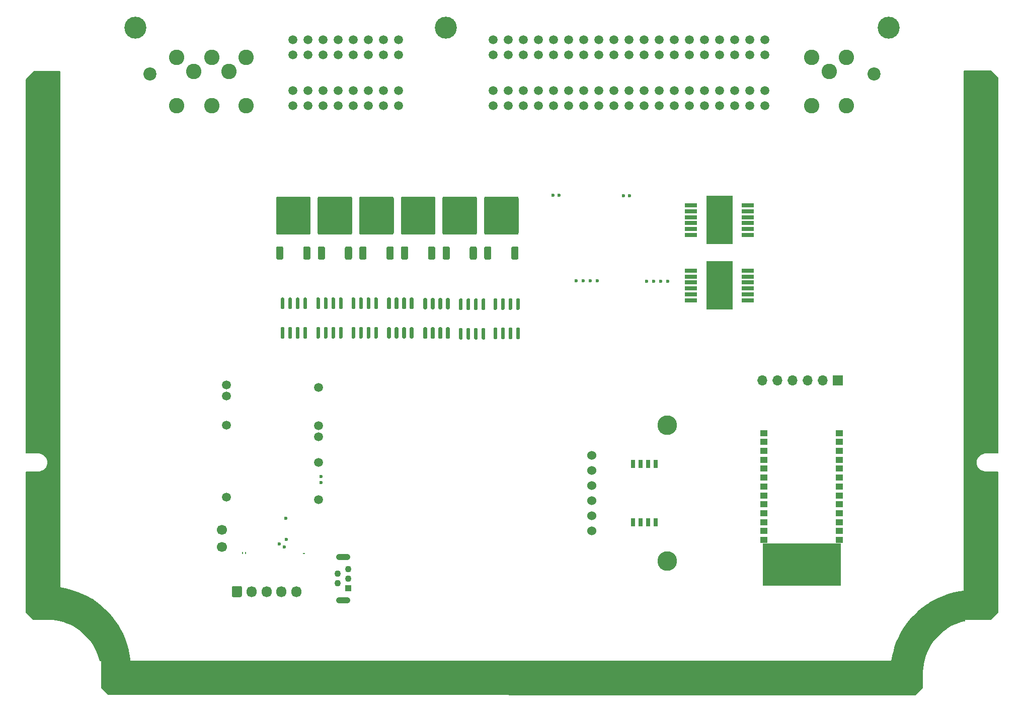
<source format=gts>
G04 #@! TF.GenerationSoftware,KiCad,Pcbnew,8.0.8*
G04 #@! TF.CreationDate,2025-12-05T20:32:17-05:00*
G04 #@! TF.ProjectId,hellen121vag,68656c6c-656e-4313-9231-7661672e6b69,d*
G04 #@! TF.SameCoordinates,PX2b953a0PY6943058*
G04 #@! TF.FileFunction,Soldermask,Top*
G04 #@! TF.FilePolarity,Negative*
%FSLAX46Y46*%
G04 Gerber Fmt 4.6, Leading zero omitted, Abs format (unit mm)*
G04 Created by KiCad (PCBNEW 8.0.8) date 2025-12-05 20:32:17*
%MOMM*%
%LPD*%
G01*
G04 APERTURE LIST*
%ADD10C,0.120000*%
%ADD11C,2.600000*%
%ADD12C,1.500000*%
%ADD13C,3.700000*%
%ADD14C,2.200000*%
%ADD15C,3.302000*%
%ADD16R,0.690000X1.350000*%
%ADD17C,1.524000*%
%ADD18R,1.300000X1.000000*%
%ADD19R,2.000000X0.650000*%
%ADD20R,4.500000X8.100000*%
%ADD21C,0.600000*%
%ADD22R,1.700000X1.700000*%
%ADD23O,1.700000X1.700000*%
%ADD24C,1.700000*%
%ADD25O,1.700000X1.850000*%
%ADD26R,1.100000X1.100000*%
%ADD27C,1.100000*%
%ADD28O,2.400000X1.100000*%
%ADD29C,0.599999*%
%ADD30O,0.250000X0.499999*%
%ADD31O,0.499999X0.250000*%
G04 APERTURE END LIST*
D10*
G04 #@! TO.C,U5*
X136800000Y19475000D02*
X123800000Y19475000D01*
X123800000Y26475000D01*
X136800000Y26475000D01*
X136800000Y19475000D01*
G36*
X136800000Y19475000D02*
G01*
X123800000Y19475000D01*
X123800000Y26475000D01*
X136800000Y26475000D01*
X136800000Y19475000D01*
G37*
G04 #@! TD*
D11*
G04 #@! TO.C,P1*
X25152000Y100128000D03*
X31052000Y100128000D03*
X36852000Y100128000D03*
X28052000Y105928000D03*
X33952000Y105928000D03*
X25152000Y108258000D03*
X31052000Y108258000D03*
X36852000Y108258000D03*
D12*
X44682000Y100128000D03*
X47222000Y100128000D03*
X49762000Y100128000D03*
X52302000Y100128000D03*
X54842000Y100128000D03*
X57382000Y100128000D03*
X59922000Y100128000D03*
X62462000Y100128000D03*
X44682000Y102668000D03*
X47222000Y102668000D03*
X49762000Y102668000D03*
X52302000Y102668000D03*
X54842000Y102668000D03*
X57382000Y102668000D03*
X59922000Y102668000D03*
X62462000Y102668000D03*
X44682000Y108718000D03*
X47222000Y108718000D03*
X49762000Y108718000D03*
X52302000Y108718000D03*
X54842000Y108718000D03*
X57382000Y108718000D03*
X59922000Y108718000D03*
X62462000Y108718000D03*
X44682000Y111258000D03*
X47222000Y111258000D03*
X49762000Y111258000D03*
X52302000Y111258000D03*
X54842000Y111258000D03*
X57382000Y111258000D03*
X59922000Y111258000D03*
X62462000Y111258000D03*
X124152000Y111258000D03*
X121612000Y111258000D03*
X119072000Y111258000D03*
X116532000Y111258000D03*
X113992000Y111258000D03*
X111452000Y111258000D03*
X108912000Y111258000D03*
X106372000Y111258000D03*
X103832000Y111258000D03*
X101292000Y111258000D03*
X98752000Y111258000D03*
X96212000Y111258000D03*
X93672000Y111258000D03*
X91132000Y111258000D03*
X88592000Y111258000D03*
X86052000Y111258000D03*
X83512000Y111258000D03*
X80972000Y111258000D03*
X78432000Y111258000D03*
X124152000Y108718000D03*
X121612000Y108718000D03*
X119072000Y108718000D03*
X116532000Y108718000D03*
X113992000Y108718000D03*
X111452000Y108718000D03*
X108912000Y108718000D03*
X106372000Y108718000D03*
X103832000Y108718000D03*
X101292000Y108718000D03*
X98752000Y108718000D03*
X96212000Y108718000D03*
X93672000Y108718000D03*
X91132000Y108718000D03*
X88592000Y108718000D03*
X86052000Y108718000D03*
X83512000Y108718000D03*
X80972000Y108718000D03*
X78432000Y108718000D03*
X124152000Y102668000D03*
X121612000Y102668000D03*
X119072000Y102668000D03*
X116532000Y102668000D03*
X113992000Y102668000D03*
X111452000Y102668000D03*
X108912000Y102668000D03*
X106372000Y102668000D03*
X103832000Y102668000D03*
X101292000Y102668000D03*
X98752000Y102668000D03*
X96212000Y102668000D03*
X93672000Y102668000D03*
X91132000Y102668000D03*
X88592000Y102668000D03*
X86052000Y102668000D03*
X83512000Y102668000D03*
X80972000Y102668000D03*
X78432000Y102668000D03*
X124152000Y100128000D03*
X121612000Y100128000D03*
X119072000Y100128000D03*
X116532000Y100128000D03*
X113992000Y100128000D03*
X111452000Y100128000D03*
X108912000Y100128000D03*
X106372000Y100128000D03*
X103832000Y100128000D03*
X101292000Y100128000D03*
X98752000Y100128000D03*
X96212000Y100128000D03*
X93672000Y100128000D03*
X91132000Y100128000D03*
X88592000Y100128000D03*
X86052000Y100128000D03*
X83512000Y100128000D03*
X80972000Y100128000D03*
X78432000Y100128000D03*
D11*
X132052000Y100128000D03*
X137852000Y100128000D03*
X134952000Y105928000D03*
X132052000Y108258000D03*
X137852000Y108258000D03*
D13*
X144952000Y113258000D03*
X70452000Y113258000D03*
X18252000Y113258000D03*
D14*
X20702000Y105458000D03*
X142502000Y105458000D03*
G04 #@! TD*
G04 #@! TO.C,U10*
G36*
G01*
X49140000Y60950000D02*
X48840000Y60950000D01*
G75*
G02*
X48690000Y61100000I0J150000D01*
G01*
X48690000Y62750000D01*
G75*
G02*
X48840000Y62900000I150000J0D01*
G01*
X49140000Y62900000D01*
G75*
G02*
X49290000Y62750000I0J-150000D01*
G01*
X49290000Y61100000D01*
G75*
G02*
X49140000Y60950000I-150000J0D01*
G01*
G37*
G36*
G01*
X50410000Y60950000D02*
X50110000Y60950000D01*
G75*
G02*
X49960000Y61100000I0J150000D01*
G01*
X49960000Y62750000D01*
G75*
G02*
X50110000Y62900000I150000J0D01*
G01*
X50410000Y62900000D01*
G75*
G02*
X50560000Y62750000I0J-150000D01*
G01*
X50560000Y61100000D01*
G75*
G02*
X50410000Y60950000I-150000J0D01*
G01*
G37*
G36*
G01*
X51680000Y60950000D02*
X51380000Y60950000D01*
G75*
G02*
X51230000Y61100000I0J150000D01*
G01*
X51230000Y62750000D01*
G75*
G02*
X51380000Y62900000I150000J0D01*
G01*
X51680000Y62900000D01*
G75*
G02*
X51830000Y62750000I0J-150000D01*
G01*
X51830000Y61100000D01*
G75*
G02*
X51680000Y60950000I-150000J0D01*
G01*
G37*
G36*
G01*
X52950000Y60950000D02*
X52650000Y60950000D01*
G75*
G02*
X52500000Y61100000I0J150000D01*
G01*
X52500000Y62750000D01*
G75*
G02*
X52650000Y62900000I150000J0D01*
G01*
X52950000Y62900000D01*
G75*
G02*
X53100000Y62750000I0J-150000D01*
G01*
X53100000Y61100000D01*
G75*
G02*
X52950000Y60950000I-150000J0D01*
G01*
G37*
G36*
G01*
X52950000Y65900000D02*
X52650000Y65900000D01*
G75*
G02*
X52500000Y66050000I0J150000D01*
G01*
X52500000Y67700000D01*
G75*
G02*
X52650000Y67850000I150000J0D01*
G01*
X52950000Y67850000D01*
G75*
G02*
X53100000Y67700000I0J-150000D01*
G01*
X53100000Y66050000D01*
G75*
G02*
X52950000Y65900000I-150000J0D01*
G01*
G37*
G36*
G01*
X51680000Y65900000D02*
X51380000Y65900000D01*
G75*
G02*
X51230000Y66050000I0J150000D01*
G01*
X51230000Y67700000D01*
G75*
G02*
X51380000Y67850000I150000J0D01*
G01*
X51680000Y67850000D01*
G75*
G02*
X51830000Y67700000I0J-150000D01*
G01*
X51830000Y66050000D01*
G75*
G02*
X51680000Y65900000I-150000J0D01*
G01*
G37*
G36*
G01*
X50410000Y65900000D02*
X50110000Y65900000D01*
G75*
G02*
X49960000Y66050000I0J150000D01*
G01*
X49960000Y67700000D01*
G75*
G02*
X50110000Y67850000I150000J0D01*
G01*
X50410000Y67850000D01*
G75*
G02*
X50560000Y67700000I0J-150000D01*
G01*
X50560000Y66050000D01*
G75*
G02*
X50410000Y65900000I-150000J0D01*
G01*
G37*
G36*
G01*
X49140000Y65900000D02*
X48840000Y65900000D01*
G75*
G02*
X48690000Y66050000I0J150000D01*
G01*
X48690000Y67700000D01*
G75*
G02*
X48840000Y67850000I150000J0D01*
G01*
X49140000Y67850000D01*
G75*
G02*
X49290000Y67700000I0J-150000D01*
G01*
X49290000Y66050000D01*
G75*
G02*
X49140000Y65900000I-150000J0D01*
G01*
G37*
G04 #@! TD*
D15*
G04 #@! TO.C,U3*
X107680000Y46362500D03*
X107680000Y23502500D03*
D16*
X105800000Y39875000D03*
X105800000Y30032500D03*
X104530000Y30032500D03*
X103260000Y30032500D03*
X101990000Y30032500D03*
D17*
X94980000Y41282500D03*
D16*
X101990000Y39875000D03*
X103260000Y39875000D03*
D17*
X94980000Y38742500D03*
D16*
X104530000Y39875000D03*
D17*
X94980000Y36202500D03*
X94980000Y33662500D03*
X94980000Y31122500D03*
X94980000Y28582500D03*
G04 #@! TD*
G04 #@! TO.C,U11*
G36*
G01*
X43140000Y60950000D02*
X42840000Y60950000D01*
G75*
G02*
X42690000Y61100000I0J150000D01*
G01*
X42690000Y62750000D01*
G75*
G02*
X42840000Y62900000I150000J0D01*
G01*
X43140000Y62900000D01*
G75*
G02*
X43290000Y62750000I0J-150000D01*
G01*
X43290000Y61100000D01*
G75*
G02*
X43140000Y60950000I-150000J0D01*
G01*
G37*
G36*
G01*
X44410000Y60950000D02*
X44110000Y60950000D01*
G75*
G02*
X43960000Y61100000I0J150000D01*
G01*
X43960000Y62750000D01*
G75*
G02*
X44110000Y62900000I150000J0D01*
G01*
X44410000Y62900000D01*
G75*
G02*
X44560000Y62750000I0J-150000D01*
G01*
X44560000Y61100000D01*
G75*
G02*
X44410000Y60950000I-150000J0D01*
G01*
G37*
G36*
G01*
X45680000Y60950000D02*
X45380000Y60950000D01*
G75*
G02*
X45230000Y61100000I0J150000D01*
G01*
X45230000Y62750000D01*
G75*
G02*
X45380000Y62900000I150000J0D01*
G01*
X45680000Y62900000D01*
G75*
G02*
X45830000Y62750000I0J-150000D01*
G01*
X45830000Y61100000D01*
G75*
G02*
X45680000Y60950000I-150000J0D01*
G01*
G37*
G36*
G01*
X46950000Y60950000D02*
X46650000Y60950000D01*
G75*
G02*
X46500000Y61100000I0J150000D01*
G01*
X46500000Y62750000D01*
G75*
G02*
X46650000Y62900000I150000J0D01*
G01*
X46950000Y62900000D01*
G75*
G02*
X47100000Y62750000I0J-150000D01*
G01*
X47100000Y61100000D01*
G75*
G02*
X46950000Y60950000I-150000J0D01*
G01*
G37*
G36*
G01*
X46950000Y65900000D02*
X46650000Y65900000D01*
G75*
G02*
X46500000Y66050000I0J150000D01*
G01*
X46500000Y67700000D01*
G75*
G02*
X46650000Y67850000I150000J0D01*
G01*
X46950000Y67850000D01*
G75*
G02*
X47100000Y67700000I0J-150000D01*
G01*
X47100000Y66050000D01*
G75*
G02*
X46950000Y65900000I-150000J0D01*
G01*
G37*
G36*
G01*
X45680000Y65900000D02*
X45380000Y65900000D01*
G75*
G02*
X45230000Y66050000I0J150000D01*
G01*
X45230000Y67700000D01*
G75*
G02*
X45380000Y67850000I150000J0D01*
G01*
X45680000Y67850000D01*
G75*
G02*
X45830000Y67700000I0J-150000D01*
G01*
X45830000Y66050000D01*
G75*
G02*
X45680000Y65900000I-150000J0D01*
G01*
G37*
G36*
G01*
X44410000Y65900000D02*
X44110000Y65900000D01*
G75*
G02*
X43960000Y66050000I0J150000D01*
G01*
X43960000Y67700000D01*
G75*
G02*
X44110000Y67850000I150000J0D01*
G01*
X44410000Y67850000D01*
G75*
G02*
X44560000Y67700000I0J-150000D01*
G01*
X44560000Y66050000D01*
G75*
G02*
X44410000Y65900000I-150000J0D01*
G01*
G37*
G36*
G01*
X43140000Y65900000D02*
X42840000Y65900000D01*
G75*
G02*
X42690000Y66050000I0J150000D01*
G01*
X42690000Y67700000D01*
G75*
G02*
X42840000Y67850000I150000J0D01*
G01*
X43140000Y67850000D01*
G75*
G02*
X43290000Y67700000I0J-150000D01*
G01*
X43290000Y66050000D01*
G75*
G02*
X43140000Y65900000I-150000J0D01*
G01*
G37*
G04 #@! TD*
G04 #@! TO.C,U4*
G36*
G01*
X67140000Y60900000D02*
X66840000Y60900000D01*
G75*
G02*
X66690000Y61050000I0J150000D01*
G01*
X66690000Y62700000D01*
G75*
G02*
X66840000Y62850000I150000J0D01*
G01*
X67140000Y62850000D01*
G75*
G02*
X67290000Y62700000I0J-150000D01*
G01*
X67290000Y61050000D01*
G75*
G02*
X67140000Y60900000I-150000J0D01*
G01*
G37*
G36*
G01*
X68410000Y60900000D02*
X68110000Y60900000D01*
G75*
G02*
X67960000Y61050000I0J150000D01*
G01*
X67960000Y62700000D01*
G75*
G02*
X68110000Y62850000I150000J0D01*
G01*
X68410000Y62850000D01*
G75*
G02*
X68560000Y62700000I0J-150000D01*
G01*
X68560000Y61050000D01*
G75*
G02*
X68410000Y60900000I-150000J0D01*
G01*
G37*
G36*
G01*
X69680000Y60900000D02*
X69380000Y60900000D01*
G75*
G02*
X69230000Y61050000I0J150000D01*
G01*
X69230000Y62700000D01*
G75*
G02*
X69380000Y62850000I150000J0D01*
G01*
X69680000Y62850000D01*
G75*
G02*
X69830000Y62700000I0J-150000D01*
G01*
X69830000Y61050000D01*
G75*
G02*
X69680000Y60900000I-150000J0D01*
G01*
G37*
G36*
G01*
X70950000Y60900000D02*
X70650000Y60900000D01*
G75*
G02*
X70500000Y61050000I0J150000D01*
G01*
X70500000Y62700000D01*
G75*
G02*
X70650000Y62850000I150000J0D01*
G01*
X70950000Y62850000D01*
G75*
G02*
X71100000Y62700000I0J-150000D01*
G01*
X71100000Y61050000D01*
G75*
G02*
X70950000Y60900000I-150000J0D01*
G01*
G37*
G36*
G01*
X70950000Y65850000D02*
X70650000Y65850000D01*
G75*
G02*
X70500000Y66000000I0J150000D01*
G01*
X70500000Y67650000D01*
G75*
G02*
X70650000Y67800000I150000J0D01*
G01*
X70950000Y67800000D01*
G75*
G02*
X71100000Y67650000I0J-150000D01*
G01*
X71100000Y66000000D01*
G75*
G02*
X70950000Y65850000I-150000J0D01*
G01*
G37*
G36*
G01*
X69680000Y65850000D02*
X69380000Y65850000D01*
G75*
G02*
X69230000Y66000000I0J150000D01*
G01*
X69230000Y67650000D01*
G75*
G02*
X69380000Y67800000I150000J0D01*
G01*
X69680000Y67800000D01*
G75*
G02*
X69830000Y67650000I0J-150000D01*
G01*
X69830000Y66000000D01*
G75*
G02*
X69680000Y65850000I-150000J0D01*
G01*
G37*
G36*
G01*
X68410000Y65850000D02*
X68110000Y65850000D01*
G75*
G02*
X67960000Y66000000I0J150000D01*
G01*
X67960000Y67650000D01*
G75*
G02*
X68110000Y67800000I150000J0D01*
G01*
X68410000Y67800000D01*
G75*
G02*
X68560000Y67650000I0J-150000D01*
G01*
X68560000Y66000000D01*
G75*
G02*
X68410000Y65850000I-150000J0D01*
G01*
G37*
G36*
G01*
X67140000Y65850000D02*
X66840000Y65850000D01*
G75*
G02*
X66690000Y66000000I0J150000D01*
G01*
X66690000Y67650000D01*
G75*
G02*
X66840000Y67800000I150000J0D01*
G01*
X67140000Y67800000D01*
G75*
G02*
X67290000Y67650000I0J-150000D01*
G01*
X67290000Y66000000D01*
G75*
G02*
X67140000Y65850000I-150000J0D01*
G01*
G37*
G04 #@! TD*
G04 #@! TO.C,U9*
G36*
G01*
X55045000Y65900000D02*
X54745000Y65900000D01*
G75*
G02*
X54595000Y66050000I0J150000D01*
G01*
X54595000Y67700000D01*
G75*
G02*
X54745000Y67850000I150000J0D01*
G01*
X55045000Y67850000D01*
G75*
G02*
X55195000Y67700000I0J-150000D01*
G01*
X55195000Y66050000D01*
G75*
G02*
X55045000Y65900000I-150000J0D01*
G01*
G37*
G36*
G01*
X56315000Y65900000D02*
X56015000Y65900000D01*
G75*
G02*
X55865000Y66050000I0J150000D01*
G01*
X55865000Y67700000D01*
G75*
G02*
X56015000Y67850000I150000J0D01*
G01*
X56315000Y67850000D01*
G75*
G02*
X56465000Y67700000I0J-150000D01*
G01*
X56465000Y66050000D01*
G75*
G02*
X56315000Y65900000I-150000J0D01*
G01*
G37*
G36*
G01*
X57585000Y65900000D02*
X57285000Y65900000D01*
G75*
G02*
X57135000Y66050000I0J150000D01*
G01*
X57135000Y67700000D01*
G75*
G02*
X57285000Y67850000I150000J0D01*
G01*
X57585000Y67850000D01*
G75*
G02*
X57735000Y67700000I0J-150000D01*
G01*
X57735000Y66050000D01*
G75*
G02*
X57585000Y65900000I-150000J0D01*
G01*
G37*
G36*
G01*
X58855000Y65900000D02*
X58555000Y65900000D01*
G75*
G02*
X58405000Y66050000I0J150000D01*
G01*
X58405000Y67700000D01*
G75*
G02*
X58555000Y67850000I150000J0D01*
G01*
X58855000Y67850000D01*
G75*
G02*
X59005000Y67700000I0J-150000D01*
G01*
X59005000Y66050000D01*
G75*
G02*
X58855000Y65900000I-150000J0D01*
G01*
G37*
G36*
G01*
X58855000Y60950000D02*
X58555000Y60950000D01*
G75*
G02*
X58405000Y61100000I0J150000D01*
G01*
X58405000Y62750000D01*
G75*
G02*
X58555000Y62900000I150000J0D01*
G01*
X58855000Y62900000D01*
G75*
G02*
X59005000Y62750000I0J-150000D01*
G01*
X59005000Y61100000D01*
G75*
G02*
X58855000Y60950000I-150000J0D01*
G01*
G37*
G36*
G01*
X57585000Y60950000D02*
X57285000Y60950000D01*
G75*
G02*
X57135000Y61100000I0J150000D01*
G01*
X57135000Y62750000D01*
G75*
G02*
X57285000Y62900000I150000J0D01*
G01*
X57585000Y62900000D01*
G75*
G02*
X57735000Y62750000I0J-150000D01*
G01*
X57735000Y61100000D01*
G75*
G02*
X57585000Y60950000I-150000J0D01*
G01*
G37*
G36*
G01*
X56315000Y60950000D02*
X56015000Y60950000D01*
G75*
G02*
X55865000Y61100000I0J150000D01*
G01*
X55865000Y62750000D01*
G75*
G02*
X56015000Y62900000I150000J0D01*
G01*
X56315000Y62900000D01*
G75*
G02*
X56465000Y62750000I0J-150000D01*
G01*
X56465000Y61100000D01*
G75*
G02*
X56315000Y60950000I-150000J0D01*
G01*
G37*
G36*
G01*
X55045000Y60950000D02*
X54745000Y60950000D01*
G75*
G02*
X54595000Y61100000I0J150000D01*
G01*
X54595000Y62750000D01*
G75*
G02*
X54745000Y62900000I150000J0D01*
G01*
X55045000Y62900000D01*
G75*
G02*
X55195000Y62750000I0J-150000D01*
G01*
X55195000Y61100000D01*
G75*
G02*
X55045000Y60950000I-150000J0D01*
G01*
G37*
G04 #@! TD*
G04 #@! TO.C,U6*
G36*
G01*
X61045000Y60950000D02*
X60745000Y60950000D01*
G75*
G02*
X60595000Y61100000I0J150000D01*
G01*
X60595000Y62750000D01*
G75*
G02*
X60745000Y62900000I150000J0D01*
G01*
X61045000Y62900000D01*
G75*
G02*
X61195000Y62750000I0J-150000D01*
G01*
X61195000Y61100000D01*
G75*
G02*
X61045000Y60950000I-150000J0D01*
G01*
G37*
G36*
G01*
X62315000Y60950000D02*
X62015000Y60950000D01*
G75*
G02*
X61865000Y61100000I0J150000D01*
G01*
X61865000Y62750000D01*
G75*
G02*
X62015000Y62900000I150000J0D01*
G01*
X62315000Y62900000D01*
G75*
G02*
X62465000Y62750000I0J-150000D01*
G01*
X62465000Y61100000D01*
G75*
G02*
X62315000Y60950000I-150000J0D01*
G01*
G37*
G36*
G01*
X63585000Y60950000D02*
X63285000Y60950000D01*
G75*
G02*
X63135000Y61100000I0J150000D01*
G01*
X63135000Y62750000D01*
G75*
G02*
X63285000Y62900000I150000J0D01*
G01*
X63585000Y62900000D01*
G75*
G02*
X63735000Y62750000I0J-150000D01*
G01*
X63735000Y61100000D01*
G75*
G02*
X63585000Y60950000I-150000J0D01*
G01*
G37*
G36*
G01*
X64855000Y60950000D02*
X64555000Y60950000D01*
G75*
G02*
X64405000Y61100000I0J150000D01*
G01*
X64405000Y62750000D01*
G75*
G02*
X64555000Y62900000I150000J0D01*
G01*
X64855000Y62900000D01*
G75*
G02*
X65005000Y62750000I0J-150000D01*
G01*
X65005000Y61100000D01*
G75*
G02*
X64855000Y60950000I-150000J0D01*
G01*
G37*
G36*
G01*
X64855000Y65900000D02*
X64555000Y65900000D01*
G75*
G02*
X64405000Y66050000I0J150000D01*
G01*
X64405000Y67700000D01*
G75*
G02*
X64555000Y67850000I150000J0D01*
G01*
X64855000Y67850000D01*
G75*
G02*
X65005000Y67700000I0J-150000D01*
G01*
X65005000Y66050000D01*
G75*
G02*
X64855000Y65900000I-150000J0D01*
G01*
G37*
G36*
G01*
X63585000Y65900000D02*
X63285000Y65900000D01*
G75*
G02*
X63135000Y66050000I0J150000D01*
G01*
X63135000Y67700000D01*
G75*
G02*
X63285000Y67850000I150000J0D01*
G01*
X63585000Y67850000D01*
G75*
G02*
X63735000Y67700000I0J-150000D01*
G01*
X63735000Y66050000D01*
G75*
G02*
X63585000Y65900000I-150000J0D01*
G01*
G37*
G36*
G01*
X62315000Y65900000D02*
X62015000Y65900000D01*
G75*
G02*
X61865000Y66050000I0J150000D01*
G01*
X61865000Y67700000D01*
G75*
G02*
X62015000Y67850000I150000J0D01*
G01*
X62315000Y67850000D01*
G75*
G02*
X62465000Y67700000I0J-150000D01*
G01*
X62465000Y66050000D01*
G75*
G02*
X62315000Y65900000I-150000J0D01*
G01*
G37*
G36*
G01*
X61045000Y65900000D02*
X60745000Y65900000D01*
G75*
G02*
X60595000Y66050000I0J150000D01*
G01*
X60595000Y67700000D01*
G75*
G02*
X60745000Y67850000I150000J0D01*
G01*
X61045000Y67850000D01*
G75*
G02*
X61195000Y67700000I0J-150000D01*
G01*
X61195000Y66050000D01*
G75*
G02*
X61045000Y65900000I-150000J0D01*
G01*
G37*
G04 #@! TD*
G04 #@! TO.C,U8*
G36*
G01*
X73140000Y60790000D02*
X72840000Y60790000D01*
G75*
G02*
X72690000Y60940000I0J150000D01*
G01*
X72690000Y62590000D01*
G75*
G02*
X72840000Y62740000I150000J0D01*
G01*
X73140000Y62740000D01*
G75*
G02*
X73290000Y62590000I0J-150000D01*
G01*
X73290000Y60940000D01*
G75*
G02*
X73140000Y60790000I-150000J0D01*
G01*
G37*
G36*
G01*
X74410000Y60790000D02*
X74110000Y60790000D01*
G75*
G02*
X73960000Y60940000I0J150000D01*
G01*
X73960000Y62590000D01*
G75*
G02*
X74110000Y62740000I150000J0D01*
G01*
X74410000Y62740000D01*
G75*
G02*
X74560000Y62590000I0J-150000D01*
G01*
X74560000Y60940000D01*
G75*
G02*
X74410000Y60790000I-150000J0D01*
G01*
G37*
G36*
G01*
X75680000Y60790000D02*
X75380000Y60790000D01*
G75*
G02*
X75230000Y60940000I0J150000D01*
G01*
X75230000Y62590000D01*
G75*
G02*
X75380000Y62740000I150000J0D01*
G01*
X75680000Y62740000D01*
G75*
G02*
X75830000Y62590000I0J-150000D01*
G01*
X75830000Y60940000D01*
G75*
G02*
X75680000Y60790000I-150000J0D01*
G01*
G37*
G36*
G01*
X76950000Y60790000D02*
X76650000Y60790000D01*
G75*
G02*
X76500000Y60940000I0J150000D01*
G01*
X76500000Y62590000D01*
G75*
G02*
X76650000Y62740000I150000J0D01*
G01*
X76950000Y62740000D01*
G75*
G02*
X77100000Y62590000I0J-150000D01*
G01*
X77100000Y60940000D01*
G75*
G02*
X76950000Y60790000I-150000J0D01*
G01*
G37*
G36*
G01*
X76950000Y65740000D02*
X76650000Y65740000D01*
G75*
G02*
X76500000Y65890000I0J150000D01*
G01*
X76500000Y67540000D01*
G75*
G02*
X76650000Y67690000I150000J0D01*
G01*
X76950000Y67690000D01*
G75*
G02*
X77100000Y67540000I0J-150000D01*
G01*
X77100000Y65890000D01*
G75*
G02*
X76950000Y65740000I-150000J0D01*
G01*
G37*
G36*
G01*
X75680000Y65740000D02*
X75380000Y65740000D01*
G75*
G02*
X75230000Y65890000I0J150000D01*
G01*
X75230000Y67540000D01*
G75*
G02*
X75380000Y67690000I150000J0D01*
G01*
X75680000Y67690000D01*
G75*
G02*
X75830000Y67540000I0J-150000D01*
G01*
X75830000Y65890000D01*
G75*
G02*
X75680000Y65740000I-150000J0D01*
G01*
G37*
G36*
G01*
X74410000Y65740000D02*
X74110000Y65740000D01*
G75*
G02*
X73960000Y65890000I0J150000D01*
G01*
X73960000Y67540000D01*
G75*
G02*
X74110000Y67690000I150000J0D01*
G01*
X74410000Y67690000D01*
G75*
G02*
X74560000Y67540000I0J-150000D01*
G01*
X74560000Y65890000D01*
G75*
G02*
X74410000Y65740000I-150000J0D01*
G01*
G37*
G36*
G01*
X73140000Y65740000D02*
X72840000Y65740000D01*
G75*
G02*
X72690000Y65890000I0J150000D01*
G01*
X72690000Y67540000D01*
G75*
G02*
X72840000Y67690000I150000J0D01*
G01*
X73140000Y67690000D01*
G75*
G02*
X73290000Y67540000I0J-150000D01*
G01*
X73290000Y65890000D01*
G75*
G02*
X73140000Y65740000I-150000J0D01*
G01*
G37*
G04 #@! TD*
D18*
G04 #@! TO.C,U5*
X136650000Y27050000D03*
X136650000Y28550000D03*
X136650000Y30050000D03*
X136650000Y31550000D03*
X136650000Y33050000D03*
X136650000Y34550000D03*
X136650000Y36050000D03*
X136650000Y37550000D03*
X136650000Y39050000D03*
X136650000Y40550000D03*
X136650000Y42050000D03*
X136650000Y43550000D03*
X136650000Y45050000D03*
X123950000Y45050000D03*
X123950000Y43550000D03*
X123950000Y42050000D03*
X123950000Y40550000D03*
X123950000Y39050000D03*
X123950000Y37550000D03*
X123950000Y36050000D03*
X123950000Y34550000D03*
X123950000Y33050000D03*
X123950000Y31550000D03*
X123950000Y30050000D03*
X123950000Y28550000D03*
X123950000Y27050000D03*
G04 #@! TD*
D19*
G04 #@! TO.C,U1*
X111700000Y83375000D03*
X111700000Y82375000D03*
X111700000Y81375000D03*
X111700000Y80375000D03*
X111700000Y79375000D03*
X111700000Y78375000D03*
X121300000Y78375000D03*
X121300000Y79375000D03*
X121300000Y80375000D03*
X121300000Y81375000D03*
X121300000Y82375000D03*
X121300000Y83375000D03*
D20*
X116500000Y80875000D03*
G04 #@! TD*
D19*
G04 #@! TO.C,U2*
X111700000Y72375000D03*
X111700000Y71375000D03*
X111700000Y70375000D03*
X111700000Y69375000D03*
X111700000Y68375000D03*
X111700000Y67375000D03*
X121300000Y67375000D03*
X121300000Y68375000D03*
X121300000Y69375000D03*
X121300000Y70375000D03*
X121300000Y71375000D03*
X121300000Y72375000D03*
D20*
X116500000Y69875000D03*
G04 #@! TD*
G04 #@! TO.C,Q9*
G36*
G01*
X63870000Y74235000D02*
X63170000Y74235000D01*
G75*
G02*
X62920000Y74485000I0J250000D01*
G01*
X62920000Y76185000D01*
G75*
G02*
X63170000Y76435000I250000J0D01*
G01*
X63870000Y76435000D01*
G75*
G02*
X64120000Y76185000I0J-250000D01*
G01*
X64120000Y74485000D01*
G75*
G02*
X63870000Y74235000I-250000J0D01*
G01*
G37*
G36*
G01*
X68450003Y78435000D02*
X63149997Y78435000D01*
G75*
G02*
X62900000Y78684997I0J249997D01*
G01*
X62900000Y84585003D01*
G75*
G02*
X63149997Y84835000I249997J0D01*
G01*
X68450003Y84835000D01*
G75*
G02*
X68700000Y84585003I0J-249997D01*
G01*
X68700000Y78684997D01*
G75*
G02*
X68450003Y78435000I-249997J0D01*
G01*
G37*
G36*
G01*
X68430000Y74235000D02*
X67730000Y74235000D01*
G75*
G02*
X67480000Y74485000I0J250000D01*
G01*
X67480000Y76185000D01*
G75*
G02*
X67730000Y76435000I250000J0D01*
G01*
X68430000Y76435000D01*
G75*
G02*
X68680000Y76185000I0J-250000D01*
G01*
X68680000Y74485000D01*
G75*
G02*
X68430000Y74235000I-250000J0D01*
G01*
G37*
G04 #@! TD*
G04 #@! TO.C,Q11*
G36*
G01*
X49870000Y74235000D02*
X49170000Y74235000D01*
G75*
G02*
X48920000Y74485000I0J250000D01*
G01*
X48920000Y76185000D01*
G75*
G02*
X49170000Y76435000I250000J0D01*
G01*
X49870000Y76435000D01*
G75*
G02*
X50120000Y76185000I0J-250000D01*
G01*
X50120000Y74485000D01*
G75*
G02*
X49870000Y74235000I-250000J0D01*
G01*
G37*
G36*
G01*
X54450003Y78435000D02*
X49149997Y78435000D01*
G75*
G02*
X48900000Y78684997I0J249997D01*
G01*
X48900000Y84585003D01*
G75*
G02*
X49149997Y84835000I249997J0D01*
G01*
X54450003Y84835000D01*
G75*
G02*
X54700000Y84585003I0J-249997D01*
G01*
X54700000Y78684997D01*
G75*
G02*
X54450003Y78435000I-249997J0D01*
G01*
G37*
G36*
G01*
X54430000Y74235000D02*
X53730000Y74235000D01*
G75*
G02*
X53480000Y74485000I0J250000D01*
G01*
X53480000Y76185000D01*
G75*
G02*
X53730000Y76435000I250000J0D01*
G01*
X54430000Y76435000D01*
G75*
G02*
X54680000Y76185000I0J-250000D01*
G01*
X54680000Y74485000D01*
G75*
G02*
X54430000Y74235000I-250000J0D01*
G01*
G37*
G04 #@! TD*
D21*
G04 #@! TO.C,M4*
X105425000Y70550000D03*
X104225000Y70550000D03*
X106625000Y70550000D03*
X107825000Y70550000D03*
X101365000Y84975000D03*
X100365000Y84975000D03*
G04 #@! TD*
D22*
G04 #@! TO.C,J6*
X136420000Y53875000D03*
D23*
X133880000Y53875000D03*
X131340000Y53875000D03*
X128800000Y53875000D03*
X126260000Y53875000D03*
X123720000Y53875000D03*
G04 #@! TD*
G04 #@! TO.C,Q8*
G36*
G01*
X70870000Y74235000D02*
X70170000Y74235000D01*
G75*
G02*
X69920000Y74485000I0J250000D01*
G01*
X69920000Y76185000D01*
G75*
G02*
X70170000Y76435000I250000J0D01*
G01*
X70870000Y76435000D01*
G75*
G02*
X71120000Y76185000I0J-250000D01*
G01*
X71120000Y74485000D01*
G75*
G02*
X70870000Y74235000I-250000J0D01*
G01*
G37*
G36*
G01*
X75450003Y78435000D02*
X70149997Y78435000D01*
G75*
G02*
X69900000Y78684997I0J249997D01*
G01*
X69900000Y84585003D01*
G75*
G02*
X70149997Y84835000I249997J0D01*
G01*
X75450003Y84835000D01*
G75*
G02*
X75700000Y84585003I0J-249997D01*
G01*
X75700000Y78684997D01*
G75*
G02*
X75450003Y78435000I-249997J0D01*
G01*
G37*
G36*
G01*
X75430000Y74235000D02*
X74730000Y74235000D01*
G75*
G02*
X74480000Y74485000I0J250000D01*
G01*
X74480000Y76185000D01*
G75*
G02*
X74730000Y76435000I250000J0D01*
G01*
X75430000Y76435000D01*
G75*
G02*
X75680000Y76185000I0J-250000D01*
G01*
X75680000Y74485000D01*
G75*
G02*
X75430000Y74235000I-250000J0D01*
G01*
G37*
G04 #@! TD*
D21*
G04 #@! TO.C,M3*
X93550000Y70650000D03*
X92350000Y70650000D03*
X94750000Y70650000D03*
X95950000Y70650000D03*
X89490000Y85075000D03*
X88490000Y85075000D03*
G04 #@! TD*
G04 #@! TO.C,Q7*
G36*
G01*
X82430000Y74235000D02*
X81730000Y74235000D01*
G75*
G02*
X81480000Y74485000I0J250000D01*
G01*
X81480000Y76185000D01*
G75*
G02*
X81730000Y76435000I250000J0D01*
G01*
X82430000Y76435000D01*
G75*
G02*
X82680000Y76185000I0J-250000D01*
G01*
X82680000Y74485000D01*
G75*
G02*
X82430000Y74235000I-250000J0D01*
G01*
G37*
G36*
G01*
X82450003Y78435000D02*
X77149997Y78435000D01*
G75*
G02*
X76900000Y78684997I0J249997D01*
G01*
X76900000Y84585003D01*
G75*
G02*
X77149997Y84835000I249997J0D01*
G01*
X82450003Y84835000D01*
G75*
G02*
X82700000Y84585003I0J-249997D01*
G01*
X82700000Y78684997D01*
G75*
G02*
X82450003Y78435000I-249997J0D01*
G01*
G37*
G36*
G01*
X77870000Y74235000D02*
X77170000Y74235000D01*
G75*
G02*
X76920000Y74485000I0J250000D01*
G01*
X76920000Y76185000D01*
G75*
G02*
X77170000Y76435000I250000J0D01*
G01*
X77870000Y76435000D01*
G75*
G02*
X78120000Y76185000I0J-250000D01*
G01*
X78120000Y74485000D01*
G75*
G02*
X77870000Y74235000I-250000J0D01*
G01*
G37*
G04 #@! TD*
D24*
G04 #@! TO.C,P2*
X32800000Y28775000D03*
G04 #@! TD*
G04 #@! TO.C,P1*
X32800000Y25875000D03*
G04 #@! TD*
G04 #@! TO.C,J7*
G36*
G01*
X34450000Y17700000D02*
X34450000Y19050000D01*
G75*
G02*
X34700000Y19300000I250000J0D01*
G01*
X35900000Y19300000D01*
G75*
G02*
X36150000Y19050000I0J-250000D01*
G01*
X36150000Y17700000D01*
G75*
G02*
X35900000Y17450000I-250000J0D01*
G01*
X34700000Y17450000D01*
G75*
G02*
X34450000Y17700000I0J250000D01*
G01*
G37*
D25*
X37800000Y18375000D03*
X40300000Y18375000D03*
X42800000Y18375000D03*
X45300000Y18375000D03*
G04 #@! TD*
D26*
G04 #@! TO.C,J8*
X54050000Y18975000D03*
D27*
X52300000Y19775000D03*
X54050000Y20575000D03*
X52300000Y21375000D03*
X54050000Y22175000D03*
D28*
X53175000Y16925000D03*
X53175000Y24225000D03*
G04 #@! TD*
D12*
G04 #@! TO.C,M1*
X49049996Y52699999D03*
X49049996Y46300002D03*
X49049996Y44399999D03*
X49049996Y40099999D03*
D21*
X49499995Y37700002D03*
X49499995Y36700001D03*
D12*
X49049996Y33849999D03*
X33549999Y53150001D03*
X33549999Y51300002D03*
X33549999Y46349999D03*
X33549999Y34300001D03*
G04 #@! TD*
G04 #@! TO.C,Q12*
G36*
G01*
X42870000Y74235000D02*
X42170000Y74235000D01*
G75*
G02*
X41920000Y74485000I0J250000D01*
G01*
X41920000Y76185000D01*
G75*
G02*
X42170000Y76435000I250000J0D01*
G01*
X42870000Y76435000D01*
G75*
G02*
X43120000Y76185000I0J-250000D01*
G01*
X43120000Y74485000D01*
G75*
G02*
X42870000Y74235000I-250000J0D01*
G01*
G37*
G36*
G01*
X47450003Y78435000D02*
X42149997Y78435000D01*
G75*
G02*
X41900000Y78684997I0J249997D01*
G01*
X41900000Y84585003D01*
G75*
G02*
X42149997Y84835000I249997J0D01*
G01*
X47450003Y84835000D01*
G75*
G02*
X47700000Y84585003I0J-249997D01*
G01*
X47700000Y78684997D01*
G75*
G02*
X47450003Y78435000I-249997J0D01*
G01*
G37*
G36*
G01*
X47430000Y74235000D02*
X46730000Y74235000D01*
G75*
G02*
X46480000Y74485000I0J250000D01*
G01*
X46480000Y76185000D01*
G75*
G02*
X46730000Y76435000I250000J0D01*
G01*
X47430000Y76435000D01*
G75*
G02*
X47680000Y76185000I0J-250000D01*
G01*
X47680000Y74485000D01*
G75*
G02*
X47430000Y74235000I-250000J0D01*
G01*
G37*
G04 #@! TD*
D29*
G04 #@! TO.C,M7*
X43549998Y30699998D03*
X43625001Y27149997D03*
X42449997Y26399999D03*
X43324999Y25874999D03*
D30*
X36775002Y24825001D03*
X36275001Y24825001D03*
D31*
X46624995Y24775003D03*
G04 #@! TD*
G04 #@! TO.C,U7*
G36*
G01*
X78950000Y60832298D02*
X78650000Y60832298D01*
G75*
G02*
X78500000Y60982298I0J150000D01*
G01*
X78500000Y62632298D01*
G75*
G02*
X78650000Y62782298I150000J0D01*
G01*
X78950000Y62782298D01*
G75*
G02*
X79100000Y62632298I0J-150000D01*
G01*
X79100000Y60982298D01*
G75*
G02*
X78950000Y60832298I-150000J0D01*
G01*
G37*
G36*
G01*
X80220000Y60832298D02*
X79920000Y60832298D01*
G75*
G02*
X79770000Y60982298I0J150000D01*
G01*
X79770000Y62632298D01*
G75*
G02*
X79920000Y62782298I150000J0D01*
G01*
X80220000Y62782298D01*
G75*
G02*
X80370000Y62632298I0J-150000D01*
G01*
X80370000Y60982298D01*
G75*
G02*
X80220000Y60832298I-150000J0D01*
G01*
G37*
G36*
G01*
X81490000Y60832298D02*
X81190000Y60832298D01*
G75*
G02*
X81040000Y60982298I0J150000D01*
G01*
X81040000Y62632298D01*
G75*
G02*
X81190000Y62782298I150000J0D01*
G01*
X81490000Y62782298D01*
G75*
G02*
X81640000Y62632298I0J-150000D01*
G01*
X81640000Y60982298D01*
G75*
G02*
X81490000Y60832298I-150000J0D01*
G01*
G37*
G36*
G01*
X82760000Y60832298D02*
X82460000Y60832298D01*
G75*
G02*
X82310000Y60982298I0J150000D01*
G01*
X82310000Y62632298D01*
G75*
G02*
X82460000Y62782298I150000J0D01*
G01*
X82760000Y62782298D01*
G75*
G02*
X82910000Y62632298I0J-150000D01*
G01*
X82910000Y60982298D01*
G75*
G02*
X82760000Y60832298I-150000J0D01*
G01*
G37*
G36*
G01*
X82760000Y65782298D02*
X82460000Y65782298D01*
G75*
G02*
X82310000Y65932298I0J150000D01*
G01*
X82310000Y67582298D01*
G75*
G02*
X82460000Y67732298I150000J0D01*
G01*
X82760000Y67732298D01*
G75*
G02*
X82910000Y67582298I0J-150000D01*
G01*
X82910000Y65932298D01*
G75*
G02*
X82760000Y65782298I-150000J0D01*
G01*
G37*
G36*
G01*
X81490000Y65782298D02*
X81190000Y65782298D01*
G75*
G02*
X81040000Y65932298I0J150000D01*
G01*
X81040000Y67582298D01*
G75*
G02*
X81190000Y67732298I150000J0D01*
G01*
X81490000Y67732298D01*
G75*
G02*
X81640000Y67582298I0J-150000D01*
G01*
X81640000Y65932298D01*
G75*
G02*
X81490000Y65782298I-150000J0D01*
G01*
G37*
G36*
G01*
X80220000Y65782298D02*
X79920000Y65782298D01*
G75*
G02*
X79770000Y65932298I0J150000D01*
G01*
X79770000Y67582298D01*
G75*
G02*
X79920000Y67732298I150000J0D01*
G01*
X80220000Y67732298D01*
G75*
G02*
X80370000Y67582298I0J-150000D01*
G01*
X80370000Y65932298D01*
G75*
G02*
X80220000Y65782298I-150000J0D01*
G01*
G37*
G36*
G01*
X78950000Y65782298D02*
X78650000Y65782298D01*
G75*
G02*
X78500000Y65932298I0J150000D01*
G01*
X78500000Y67582298D01*
G75*
G02*
X78650000Y67732298I150000J0D01*
G01*
X78950000Y67732298D01*
G75*
G02*
X79100000Y67582298I0J-150000D01*
G01*
X79100000Y65932298D01*
G75*
G02*
X78950000Y65782298I-150000J0D01*
G01*
G37*
G04 #@! TD*
G04 #@! TO.C,Q10*
G36*
G01*
X56870000Y74235000D02*
X56170000Y74235000D01*
G75*
G02*
X55920000Y74485000I0J250000D01*
G01*
X55920000Y76185000D01*
G75*
G02*
X56170000Y76435000I250000J0D01*
G01*
X56870000Y76435000D01*
G75*
G02*
X57120000Y76185000I0J-250000D01*
G01*
X57120000Y74485000D01*
G75*
G02*
X56870000Y74235000I-250000J0D01*
G01*
G37*
G36*
G01*
X61450003Y78435000D02*
X56149997Y78435000D01*
G75*
G02*
X55900000Y78684997I0J249997D01*
G01*
X55900000Y84585003D01*
G75*
G02*
X56149997Y84835000I249997J0D01*
G01*
X61450003Y84835000D01*
G75*
G02*
X61700000Y84585003I0J-249997D01*
G01*
X61700000Y78684997D01*
G75*
G02*
X61450003Y78435000I-249997J0D01*
G01*
G37*
G36*
G01*
X61430000Y74235000D02*
X60730000Y74235000D01*
G75*
G02*
X60480000Y74485000I0J250000D01*
G01*
X60480000Y76185000D01*
G75*
G02*
X60730000Y76435000I250000J0D01*
G01*
X61430000Y76435000D01*
G75*
G02*
X61680000Y76185000I0J-250000D01*
G01*
X61680000Y74485000D01*
G75*
G02*
X61430000Y74235000I-250000J0D01*
G01*
G37*
G04 #@! TD*
G36*
X5501971Y105950547D02*
G01*
X5560055Y105931315D01*
X5595742Y105881615D01*
X5600418Y105851549D01*
X5600025Y19072856D01*
X5717751Y19052674D01*
X5771911Y19024206D01*
X5798994Y18969341D01*
X5800024Y18955097D01*
X5800000Y13436156D01*
X5797517Y13414124D01*
X5795561Y13405555D01*
X5764178Y13353032D01*
X5707916Y13328985D01*
X5673420Y13331961D01*
X5607174Y13349712D01*
X5555860Y13383036D01*
X5543539Y13415133D01*
X5533713Y13425000D01*
X5274144Y13425000D01*
X5254830Y13426902D01*
X4926455Y13492220D01*
X4926449Y13492221D01*
X4342405Y13569112D01*
X3754567Y13607640D01*
X3754557Y13607641D01*
X3459978Y13609999D01*
X1055221Y13609999D01*
X997030Y13628906D01*
X985217Y13638995D01*
X-171004Y14795216D01*
X-198781Y14849733D01*
X-200000Y14865220D01*
X-200000Y38500999D01*
X-181093Y38559190D01*
X-131593Y38595154D01*
X-101000Y38599999D01*
X1899995Y38599999D01*
X2024083Y38602562D01*
X2268855Y38643407D01*
X2503579Y38723987D01*
X2721829Y38842099D01*
X2721832Y38842101D01*
X2917660Y38994520D01*
X3085740Y39177103D01*
X3221472Y39384858D01*
X3321157Y39612116D01*
X3382078Y39852687D01*
X3402571Y40100000D01*
X3382078Y40347314D01*
X3321157Y40587885D01*
X3221472Y40815143D01*
X3085740Y41022898D01*
X2917660Y41205481D01*
X2721832Y41357900D01*
X2721829Y41357902D01*
X2503579Y41476014D01*
X2268855Y41556594D01*
X2024082Y41597439D01*
X1899997Y41599999D01*
X-101000Y41599999D01*
X-159191Y41618906D01*
X-195155Y41668406D01*
X-200000Y41698999D01*
X-200000Y104535571D01*
X-181093Y104593762D01*
X-172892Y104603633D01*
X1095904Y105943822D01*
X1149640Y105973081D01*
X1168349Y105974758D01*
X5501971Y105950547D01*
G37*
G36*
X162202969Y106081093D02*
G01*
X162214782Y106071004D01*
X163379717Y104906069D01*
X163407494Y104851552D01*
X163408713Y104836056D01*
X163402685Y41698991D01*
X163383772Y41640802D01*
X163334269Y41604842D01*
X163303685Y41600000D01*
X161299979Y41600000D01*
X161175896Y41597596D01*
X160931065Y41556769D01*
X160931063Y41556769D01*
X160696303Y41476203D01*
X160696302Y41476202D01*
X160478003Y41358091D01*
X160282121Y41205655D01*
X160282116Y41205650D01*
X160114001Y41023052D01*
X159978235Y40815268D01*
X159878523Y40587970D01*
X159878521Y40587965D01*
X159817587Y40347359D01*
X159817586Y40347353D01*
X159797088Y40100000D01*
X159817586Y39852648D01*
X159817587Y39852642D01*
X159878521Y39612036D01*
X159878523Y39612031D01*
X159978235Y39384733D01*
X160114001Y39176949D01*
X160282116Y38994351D01*
X160282121Y38994346D01*
X160478003Y38841910D01*
X160696302Y38723799D01*
X160696303Y38723798D01*
X160931064Y38643232D01*
X161175896Y38602405D01*
X161299979Y38600000D01*
X163303380Y38600000D01*
X163361571Y38581093D01*
X163397535Y38531593D01*
X163402380Y38500991D01*
X163400122Y14865336D01*
X163381209Y14807147D01*
X163371126Y14795341D01*
X162214782Y13638996D01*
X162160265Y13611219D01*
X162144778Y13610000D01*
X159740038Y13610000D01*
X159445437Y13607590D01*
X158951455Y13575212D01*
X158944980Y13575000D01*
X157825001Y13575000D01*
X157825000Y13574999D01*
X157825000Y13484195D01*
X157806093Y13426004D01*
X157756593Y13390040D01*
X157745316Y13387098D01*
X157694179Y13376925D01*
X157694117Y13377235D01*
X157674769Y13375000D01*
X157611154Y13375000D01*
X157589124Y13377482D01*
X157535252Y13389778D01*
X157495555Y13408896D01*
X157461299Y13436215D01*
X157433830Y13470660D01*
X157412315Y13515336D01*
X157403132Y13547219D01*
X157400622Y13569521D01*
X157400001Y13580620D01*
X157401316Y18386860D01*
X157420239Y18445046D01*
X157469749Y18480996D01*
X157487232Y18484965D01*
X157598947Y18499860D01*
X157601074Y18500120D01*
X157601347Y18500151D01*
X157625000Y104925013D01*
X157625000Y106001000D01*
X157643907Y106059191D01*
X157693407Y106095155D01*
X157724000Y106100000D01*
X162144778Y106100000D01*
X162202969Y106081093D01*
G37*
G36*
X17341053Y6956093D02*
G01*
X17377017Y6906593D01*
X17380993Y6889090D01*
X17382040Y6881241D01*
X17382303Y6879084D01*
X17393867Y6775001D01*
X17393868Y6775000D01*
X145417142Y6775000D01*
X145437325Y6892728D01*
X145465793Y6946887D01*
X145520658Y6973970D01*
X145534902Y6975000D01*
X150929689Y6975000D01*
X150987880Y6956093D01*
X151023844Y6906593D01*
X151025316Y6850377D01*
X150972758Y6654229D01*
X150857831Y6076448D01*
X150857830Y6076442D01*
X150780938Y5492386D01*
X150742410Y4904563D01*
X150740000Y4609962D01*
X150740000Y2205222D01*
X150721093Y2147031D01*
X150711004Y2135218D01*
X149530072Y954288D01*
X149475555Y926511D01*
X149460050Y925292D01*
X13715434Y949768D01*
X13657247Y968686D01*
X13645448Y978764D01*
X12488996Y2135217D01*
X12461219Y2189734D01*
X12460000Y2205221D01*
X12460000Y4609977D01*
X12457641Y4904557D01*
X12457640Y4904567D01*
X12425212Y5399330D01*
X12425000Y5405805D01*
X12425000Y6655199D01*
X12424999Y6655200D01*
X12324000Y6655200D01*
X12265809Y6674107D01*
X12229845Y6723607D01*
X12225000Y6754200D01*
X12225000Y6763846D01*
X12227482Y6785874D01*
X12239777Y6839746D01*
X12258895Y6879445D01*
X12286214Y6913701D01*
X12320658Y6941169D01*
X12365339Y6962687D01*
X12397215Y6971870D01*
X12419483Y6974378D01*
X12430563Y6975000D01*
X17282862Y6975000D01*
X17341053Y6956093D01*
G37*
G36*
X5572864Y19227888D02*
G01*
X5599183Y19172652D01*
X5600025Y19159769D01*
X5600025Y19072856D01*
X6428824Y18930776D01*
X6435496Y18929394D01*
X7354507Y18705850D01*
X7359819Y18704400D01*
X8178720Y18456248D01*
X8185548Y18453904D01*
X8829992Y18206041D01*
X8834324Y18204256D01*
X9455568Y17930909D01*
X9458737Y17929448D01*
X10179388Y17581548D01*
X10184884Y17578679D01*
X10978027Y17132536D01*
X10986098Y17127469D01*
X11805321Y16556495D01*
X11808949Y16553843D01*
X12553654Y15982903D01*
X12560448Y15977193D01*
X13180654Y15406603D01*
X13183629Y15403750D01*
X13879009Y14708370D01*
X13885059Y14701744D01*
X14504936Y13957891D01*
X14509224Y13952359D01*
X14956139Y13331644D01*
X14958170Y13328713D01*
X15405400Y12657868D01*
X15408779Y12652426D01*
X15781036Y12007181D01*
X15783218Y12003191D01*
X16155448Y11283546D01*
X16158652Y11276727D01*
X16506357Y10457137D01*
X16507916Y10453234D01*
X16880304Y9460199D01*
X16883505Y9450027D01*
X17131239Y8483865D01*
X17132835Y8476481D01*
X17281816Y7632253D01*
X17282454Y7628132D01*
X17382041Y6881235D01*
X17382303Y6879084D01*
X17393867Y6775001D01*
X17393868Y6775000D01*
X17506166Y6775000D01*
X17564357Y6756093D01*
X17600321Y6706593D01*
X17604526Y6664762D01*
X17598418Y6611303D01*
X17583802Y6569740D01*
X17560433Y6532676D01*
X17529232Y6501571D01*
X17489600Y6476753D01*
X17453566Y6463045D01*
X17415375Y6456586D01*
X17398866Y6455200D01*
X12524000Y6455200D01*
X12465809Y6474107D01*
X12429845Y6523607D01*
X12425000Y6554200D01*
X12425000Y6655199D01*
X12424999Y6655200D01*
X12303000Y6655200D01*
X12244809Y6674107D01*
X12208845Y6723607D01*
X12207373Y6728577D01*
X12074816Y7223285D01*
X11885455Y7781120D01*
X11660014Y8325383D01*
X11660009Y8325394D01*
X11399460Y8853736D01*
X11104910Y9363910D01*
X11104906Y9363917D01*
X10777616Y9853740D01*
X10419017Y10321076D01*
X10418989Y10321109D01*
X10030591Y10763994D01*
X10030572Y10764014D01*
X9614014Y11180572D01*
X9613994Y11180591D01*
X9171108Y11568990D01*
X9171075Y11569018D01*
X8703739Y11927617D01*
X8213920Y12254904D01*
X8213906Y12254913D01*
X7703730Y12549463D01*
X7175394Y12810009D01*
X7175383Y12810014D01*
X6631116Y13035458D01*
X6073290Y13224814D01*
X5607175Y13349710D01*
X5555860Y13383034D01*
X5543538Y13415134D01*
X5533713Y13425000D01*
X5433123Y13425000D01*
X5374932Y13443907D01*
X5338968Y13493407D01*
X5334124Y13524411D01*
X5357134Y19069874D01*
X5359707Y19091892D01*
X5372227Y19145717D01*
X5391509Y19185335D01*
X5418968Y19219475D01*
X5453527Y19246801D01*
X5458440Y19249142D01*
X5519105Y19257104D01*
X5572864Y19227888D01*
G37*
G36*
X157814000Y18722511D02*
G01*
X157868895Y18716240D01*
X157910460Y18701624D01*
X157947524Y18678255D01*
X157978629Y18647054D01*
X158003447Y18607422D01*
X158017155Y18571388D01*
X158023614Y18533197D01*
X158025000Y18516688D01*
X158025000Y13674000D01*
X158006093Y13615809D01*
X157956593Y13579845D01*
X157926000Y13575000D01*
X157825001Y13575000D01*
X157825000Y13574999D01*
X157825000Y13484195D01*
X157806093Y13426004D01*
X157756593Y13390040D01*
X157745316Y13387098D01*
X157695781Y13377244D01*
X157126729Y13224768D01*
X156568897Y13035408D01*
X156024637Y12809968D01*
X156024626Y12809963D01*
X155496299Y12549421D01*
X154986120Y12254870D01*
X154986106Y12254861D01*
X154496312Y11927591D01*
X154496282Y11927570D01*
X154028956Y11568978D01*
X154028923Y11568950D01*
X153586040Y11180554D01*
X153586020Y11180535D01*
X153169465Y10763980D01*
X153169446Y10763960D01*
X152781050Y10321077D01*
X152781022Y10321044D01*
X152422430Y9853718D01*
X152422409Y9853688D01*
X152095139Y9363894D01*
X152095130Y9363880D01*
X151800579Y8853701D01*
X151540037Y8325374D01*
X151540032Y8325363D01*
X151314592Y7781103D01*
X151125232Y7223271D01*
X150972759Y6654231D01*
X150948458Y6532065D01*
X150918561Y6478681D01*
X150862995Y6453066D01*
X150850949Y6452381D01*
X145410326Y6474956D01*
X145388308Y6477529D01*
X145334483Y6490049D01*
X145294865Y6509331D01*
X145260725Y6536790D01*
X145233399Y6571349D01*
X145213895Y6612282D01*
X145204299Y6652371D01*
X145203766Y6673504D01*
X145221201Y6732153D01*
X145269778Y6769353D01*
X145302735Y6775000D01*
X145417142Y6775000D01*
X145549424Y7546646D01*
X145550806Y7553318D01*
X145774350Y8472329D01*
X145775800Y8477641D01*
X146023952Y9296542D01*
X146026296Y9303370D01*
X146274159Y9947814D01*
X146275944Y9952146D01*
X146549291Y10573390D01*
X146550752Y10576559D01*
X146898652Y11297210D01*
X146901521Y11302706D01*
X147347664Y12095849D01*
X147352731Y12103920D01*
X147923705Y12923143D01*
X147926357Y12926771D01*
X148497297Y13671476D01*
X148503007Y13678270D01*
X149073597Y14298475D01*
X149076450Y14301450D01*
X149771830Y14996830D01*
X149778456Y15002880D01*
X150522309Y15622758D01*
X150527841Y15627046D01*
X151148556Y16073961D01*
X151151487Y16075992D01*
X151822332Y16523222D01*
X151827774Y16526601D01*
X152473019Y16898858D01*
X152477009Y16901040D01*
X153196654Y17273270D01*
X153203473Y17276474D01*
X154023063Y17624179D01*
X154026966Y17625738D01*
X155020001Y17998126D01*
X155030173Y18001327D01*
X155996335Y18249061D01*
X156003719Y18250657D01*
X156847947Y18399638D01*
X156852068Y18400276D01*
X157598947Y18499860D01*
X157601074Y18500120D01*
X157601347Y18500151D01*
X157601377Y18612801D01*
X157620300Y18670987D01*
X157669809Y18706938D01*
X157689445Y18711170D01*
X157791832Y18722546D01*
X157814000Y18722511D01*
G37*
M02*

</source>
